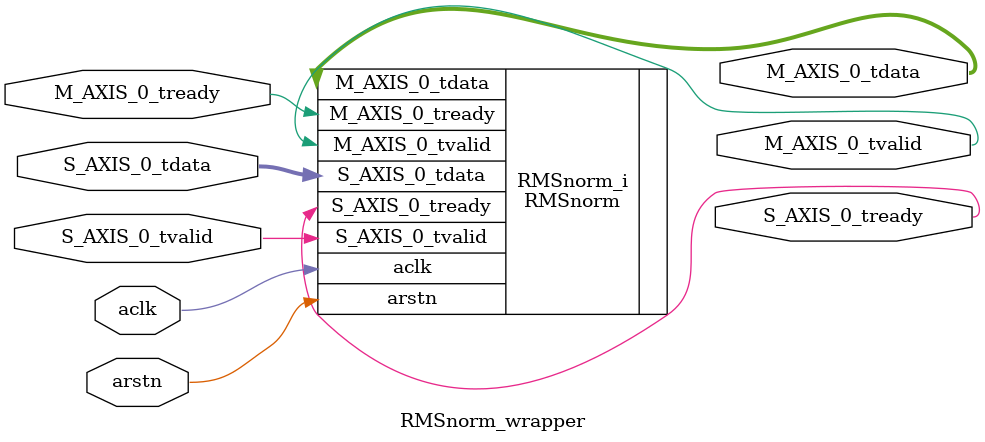
<source format=v>
`timescale 1 ps / 1 ps

module RMSnorm_wrapper
   (M_AXIS_0_tdata,
    M_AXIS_0_tready,
    M_AXIS_0_tvalid,
    S_AXIS_0_tdata,
    S_AXIS_0_tready,
    S_AXIS_0_tvalid,
    aclk,
    arstn);
  output [127:0]M_AXIS_0_tdata;
  input M_AXIS_0_tready;
  output M_AXIS_0_tvalid;
  input [127:0]S_AXIS_0_tdata;
  output S_AXIS_0_tready;
  input S_AXIS_0_tvalid;
  input aclk;
  input arstn;

  wire [127:0]M_AXIS_0_tdata;
  wire M_AXIS_0_tready;
  wire M_AXIS_0_tvalid;
  wire [127:0]S_AXIS_0_tdata;
  wire S_AXIS_0_tready;
  wire S_AXIS_0_tvalid;
  wire aclk;
  wire arstn;

  RMSnorm RMSnorm_i
       (.M_AXIS_0_tdata(M_AXIS_0_tdata),
        .M_AXIS_0_tready(M_AXIS_0_tready),
        .M_AXIS_0_tvalid(M_AXIS_0_tvalid),
        .S_AXIS_0_tdata(S_AXIS_0_tdata),
        .S_AXIS_0_tready(S_AXIS_0_tready),
        .S_AXIS_0_tvalid(S_AXIS_0_tvalid),
        .aclk(aclk),
        .arstn(arstn));
endmodule

</source>
